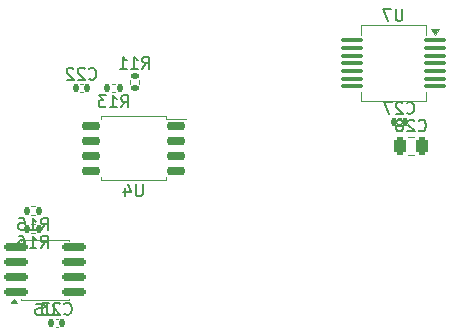
<source format=gbo>
G04 #@! TF.GenerationSoftware,KiCad,Pcbnew,9.0.5*
G04 #@! TF.CreationDate,2025-11-21T14:26:13-06:00*
G04 #@! TF.ProjectId,ece362snakegamepcb,65636533-3632-4736-9e61-6b6567616d65,REV3*
G04 #@! TF.SameCoordinates,Original*
G04 #@! TF.FileFunction,Legend,Bot*
G04 #@! TF.FilePolarity,Positive*
%FSLAX46Y46*%
G04 Gerber Fmt 4.6, Leading zero omitted, Abs format (unit mm)*
G04 Created by KiCad (PCBNEW 9.0.5) date 2025-11-21 14:26:13*
%MOMM*%
%LPD*%
G01*
G04 APERTURE LIST*
G04 Aperture macros list*
%AMRoundRect*
0 Rectangle with rounded corners*
0 $1 Rounding radius*
0 $2 $3 $4 $5 $6 $7 $8 $9 X,Y pos of 4 corners*
0 Add a 4 corners polygon primitive as box body*
4,1,4,$2,$3,$4,$5,$6,$7,$8,$9,$2,$3,0*
0 Add four circle primitives for the rounded corners*
1,1,$1+$1,$2,$3*
1,1,$1+$1,$4,$5*
1,1,$1+$1,$6,$7*
1,1,$1+$1,$8,$9*
0 Add four rect primitives between the rounded corners*
20,1,$1+$1,$2,$3,$4,$5,0*
20,1,$1+$1,$4,$5,$6,$7,0*
20,1,$1+$1,$6,$7,$8,$9,0*
20,1,$1+$1,$8,$9,$2,$3,0*%
G04 Aperture macros list end*
%ADD10C,0.150000*%
%ADD11C,0.120000*%
%ADD12C,0.600000*%
%ADD13O,1.350000X1.700000*%
%ADD14O,1.100000X1.500000*%
%ADD15C,3.500000*%
%ADD16R,1.905000X2.000000*%
%ADD17O,1.905000X2.000000*%
%ADD18R,1.700000X1.700000*%
%ADD19C,1.700000*%
%ADD20C,1.600000*%
%ADD21C,1.100000*%
%ADD22RoundRect,0.249999X-0.850001X0.850001X-0.850001X-0.850001X0.850001X-0.850001X0.850001X0.850001X0*%
%ADD23C,2.200000*%
%ADD24C,0.990600*%
%ADD25RoundRect,0.150000X-0.825000X-0.150000X0.825000X-0.150000X0.825000X0.150000X-0.825000X0.150000X0*%
%ADD26RoundRect,0.135000X-0.135000X-0.185000X0.135000X-0.185000X0.135000X0.185000X-0.135000X0.185000X0*%
%ADD27RoundRect,0.150000X0.650000X0.150000X-0.650000X0.150000X-0.650000X-0.150000X0.650000X-0.150000X0*%
%ADD28RoundRect,0.140000X0.140000X0.170000X-0.140000X0.170000X-0.140000X-0.170000X0.140000X-0.170000X0*%
%ADD29RoundRect,0.135000X-0.185000X0.135000X-0.185000X-0.135000X0.185000X-0.135000X0.185000X0.135000X0*%
%ADD30RoundRect,0.100000X0.850000X0.100000X-0.850000X0.100000X-0.850000X-0.100000X0.850000X-0.100000X0*%
%ADD31RoundRect,0.250000X0.250000X0.475000X-0.250000X0.475000X-0.250000X-0.475000X0.250000X-0.475000X0*%
G04 APERTURE END LIST*
D10*
X86261904Y-100354819D02*
X86261904Y-101164342D01*
X86261904Y-101164342D02*
X86214285Y-101259580D01*
X86214285Y-101259580D02*
X86166666Y-101307200D01*
X86166666Y-101307200D02*
X86071428Y-101354819D01*
X86071428Y-101354819D02*
X85880952Y-101354819D01*
X85880952Y-101354819D02*
X85785714Y-101307200D01*
X85785714Y-101307200D02*
X85738095Y-101259580D01*
X85738095Y-101259580D02*
X85690476Y-101164342D01*
X85690476Y-101164342D02*
X85690476Y-100354819D01*
X84738095Y-100354819D02*
X85214285Y-100354819D01*
X85214285Y-100354819D02*
X85261904Y-100831009D01*
X85261904Y-100831009D02*
X85214285Y-100783390D01*
X85214285Y-100783390D02*
X85119047Y-100735771D01*
X85119047Y-100735771D02*
X84880952Y-100735771D01*
X84880952Y-100735771D02*
X84785714Y-100783390D01*
X84785714Y-100783390D02*
X84738095Y-100831009D01*
X84738095Y-100831009D02*
X84690476Y-100926247D01*
X84690476Y-100926247D02*
X84690476Y-101164342D01*
X84690476Y-101164342D02*
X84738095Y-101259580D01*
X84738095Y-101259580D02*
X84785714Y-101307200D01*
X84785714Y-101307200D02*
X84880952Y-101354819D01*
X84880952Y-101354819D02*
X85119047Y-101354819D01*
X85119047Y-101354819D02*
X85214285Y-101307200D01*
X85214285Y-101307200D02*
X85261904Y-101259580D01*
X85142857Y-95624819D02*
X85476190Y-95148628D01*
X85714285Y-95624819D02*
X85714285Y-94624819D01*
X85714285Y-94624819D02*
X85333333Y-94624819D01*
X85333333Y-94624819D02*
X85238095Y-94672438D01*
X85238095Y-94672438D02*
X85190476Y-94720057D01*
X85190476Y-94720057D02*
X85142857Y-94815295D01*
X85142857Y-94815295D02*
X85142857Y-94958152D01*
X85142857Y-94958152D02*
X85190476Y-95053390D01*
X85190476Y-95053390D02*
X85238095Y-95101009D01*
X85238095Y-95101009D02*
X85333333Y-95148628D01*
X85333333Y-95148628D02*
X85714285Y-95148628D01*
X84190476Y-95624819D02*
X84761904Y-95624819D01*
X84476190Y-95624819D02*
X84476190Y-94624819D01*
X84476190Y-94624819D02*
X84571428Y-94767676D01*
X84571428Y-94767676D02*
X84666666Y-94862914D01*
X84666666Y-94862914D02*
X84761904Y-94910533D01*
X83333333Y-94624819D02*
X83523809Y-94624819D01*
X83523809Y-94624819D02*
X83619047Y-94672438D01*
X83619047Y-94672438D02*
X83666666Y-94720057D01*
X83666666Y-94720057D02*
X83761904Y-94862914D01*
X83761904Y-94862914D02*
X83809523Y-95053390D01*
X83809523Y-95053390D02*
X83809523Y-95434342D01*
X83809523Y-95434342D02*
X83761904Y-95529580D01*
X83761904Y-95529580D02*
X83714285Y-95577200D01*
X83714285Y-95577200D02*
X83619047Y-95624819D01*
X83619047Y-95624819D02*
X83428571Y-95624819D01*
X83428571Y-95624819D02*
X83333333Y-95577200D01*
X83333333Y-95577200D02*
X83285714Y-95529580D01*
X83285714Y-95529580D02*
X83238095Y-95434342D01*
X83238095Y-95434342D02*
X83238095Y-95196247D01*
X83238095Y-95196247D02*
X83285714Y-95101009D01*
X83285714Y-95101009D02*
X83333333Y-95053390D01*
X83333333Y-95053390D02*
X83428571Y-95005771D01*
X83428571Y-95005771D02*
X83619047Y-95005771D01*
X83619047Y-95005771D02*
X83714285Y-95053390D01*
X83714285Y-95053390D02*
X83761904Y-95101009D01*
X83761904Y-95101009D02*
X83809523Y-95196247D01*
X93761904Y-90254819D02*
X93761904Y-91064342D01*
X93761904Y-91064342D02*
X93714285Y-91159580D01*
X93714285Y-91159580D02*
X93666666Y-91207200D01*
X93666666Y-91207200D02*
X93571428Y-91254819D01*
X93571428Y-91254819D02*
X93380952Y-91254819D01*
X93380952Y-91254819D02*
X93285714Y-91207200D01*
X93285714Y-91207200D02*
X93238095Y-91159580D01*
X93238095Y-91159580D02*
X93190476Y-91064342D01*
X93190476Y-91064342D02*
X93190476Y-90254819D01*
X92285714Y-90588152D02*
X92285714Y-91254819D01*
X92523809Y-90207200D02*
X92761904Y-90921485D01*
X92761904Y-90921485D02*
X92142857Y-90921485D01*
X85142857Y-94124819D02*
X85476190Y-93648628D01*
X85714285Y-94124819D02*
X85714285Y-93124819D01*
X85714285Y-93124819D02*
X85333333Y-93124819D01*
X85333333Y-93124819D02*
X85238095Y-93172438D01*
X85238095Y-93172438D02*
X85190476Y-93220057D01*
X85190476Y-93220057D02*
X85142857Y-93315295D01*
X85142857Y-93315295D02*
X85142857Y-93458152D01*
X85142857Y-93458152D02*
X85190476Y-93553390D01*
X85190476Y-93553390D02*
X85238095Y-93601009D01*
X85238095Y-93601009D02*
X85333333Y-93648628D01*
X85333333Y-93648628D02*
X85714285Y-93648628D01*
X84190476Y-94124819D02*
X84761904Y-94124819D01*
X84476190Y-94124819D02*
X84476190Y-93124819D01*
X84476190Y-93124819D02*
X84571428Y-93267676D01*
X84571428Y-93267676D02*
X84666666Y-93362914D01*
X84666666Y-93362914D02*
X84761904Y-93410533D01*
X83285714Y-93124819D02*
X83761904Y-93124819D01*
X83761904Y-93124819D02*
X83809523Y-93601009D01*
X83809523Y-93601009D02*
X83761904Y-93553390D01*
X83761904Y-93553390D02*
X83666666Y-93505771D01*
X83666666Y-93505771D02*
X83428571Y-93505771D01*
X83428571Y-93505771D02*
X83333333Y-93553390D01*
X83333333Y-93553390D02*
X83285714Y-93601009D01*
X83285714Y-93601009D02*
X83238095Y-93696247D01*
X83238095Y-93696247D02*
X83238095Y-93934342D01*
X83238095Y-93934342D02*
X83285714Y-94029580D01*
X83285714Y-94029580D02*
X83333333Y-94077200D01*
X83333333Y-94077200D02*
X83428571Y-94124819D01*
X83428571Y-94124819D02*
X83666666Y-94124819D01*
X83666666Y-94124819D02*
X83761904Y-94077200D01*
X83761904Y-94077200D02*
X83809523Y-94029580D01*
X116142857Y-84199580D02*
X116190476Y-84247200D01*
X116190476Y-84247200D02*
X116333333Y-84294819D01*
X116333333Y-84294819D02*
X116428571Y-84294819D01*
X116428571Y-84294819D02*
X116571428Y-84247200D01*
X116571428Y-84247200D02*
X116666666Y-84151961D01*
X116666666Y-84151961D02*
X116714285Y-84056723D01*
X116714285Y-84056723D02*
X116761904Y-83866247D01*
X116761904Y-83866247D02*
X116761904Y-83723390D01*
X116761904Y-83723390D02*
X116714285Y-83532914D01*
X116714285Y-83532914D02*
X116666666Y-83437676D01*
X116666666Y-83437676D02*
X116571428Y-83342438D01*
X116571428Y-83342438D02*
X116428571Y-83294819D01*
X116428571Y-83294819D02*
X116333333Y-83294819D01*
X116333333Y-83294819D02*
X116190476Y-83342438D01*
X116190476Y-83342438D02*
X116142857Y-83390057D01*
X115761904Y-83390057D02*
X115714285Y-83342438D01*
X115714285Y-83342438D02*
X115619047Y-83294819D01*
X115619047Y-83294819D02*
X115380952Y-83294819D01*
X115380952Y-83294819D02*
X115285714Y-83342438D01*
X115285714Y-83342438D02*
X115238095Y-83390057D01*
X115238095Y-83390057D02*
X115190476Y-83485295D01*
X115190476Y-83485295D02*
X115190476Y-83580533D01*
X115190476Y-83580533D02*
X115238095Y-83723390D01*
X115238095Y-83723390D02*
X115809523Y-84294819D01*
X115809523Y-84294819D02*
X115190476Y-84294819D01*
X114857142Y-83294819D02*
X114190476Y-83294819D01*
X114190476Y-83294819D02*
X114619047Y-84294819D01*
X93742857Y-80454819D02*
X94076190Y-79978628D01*
X94314285Y-80454819D02*
X94314285Y-79454819D01*
X94314285Y-79454819D02*
X93933333Y-79454819D01*
X93933333Y-79454819D02*
X93838095Y-79502438D01*
X93838095Y-79502438D02*
X93790476Y-79550057D01*
X93790476Y-79550057D02*
X93742857Y-79645295D01*
X93742857Y-79645295D02*
X93742857Y-79788152D01*
X93742857Y-79788152D02*
X93790476Y-79883390D01*
X93790476Y-79883390D02*
X93838095Y-79931009D01*
X93838095Y-79931009D02*
X93933333Y-79978628D01*
X93933333Y-79978628D02*
X94314285Y-79978628D01*
X92790476Y-80454819D02*
X93361904Y-80454819D01*
X93076190Y-80454819D02*
X93076190Y-79454819D01*
X93076190Y-79454819D02*
X93171428Y-79597676D01*
X93171428Y-79597676D02*
X93266666Y-79692914D01*
X93266666Y-79692914D02*
X93361904Y-79740533D01*
X91838095Y-80454819D02*
X92409523Y-80454819D01*
X92123809Y-80454819D02*
X92123809Y-79454819D01*
X92123809Y-79454819D02*
X92219047Y-79597676D01*
X92219047Y-79597676D02*
X92314285Y-79692914D01*
X92314285Y-79692914D02*
X92409523Y-79740533D01*
X91942857Y-83724819D02*
X92276190Y-83248628D01*
X92514285Y-83724819D02*
X92514285Y-82724819D01*
X92514285Y-82724819D02*
X92133333Y-82724819D01*
X92133333Y-82724819D02*
X92038095Y-82772438D01*
X92038095Y-82772438D02*
X91990476Y-82820057D01*
X91990476Y-82820057D02*
X91942857Y-82915295D01*
X91942857Y-82915295D02*
X91942857Y-83058152D01*
X91942857Y-83058152D02*
X91990476Y-83153390D01*
X91990476Y-83153390D02*
X92038095Y-83201009D01*
X92038095Y-83201009D02*
X92133333Y-83248628D01*
X92133333Y-83248628D02*
X92514285Y-83248628D01*
X90990476Y-83724819D02*
X91561904Y-83724819D01*
X91276190Y-83724819D02*
X91276190Y-82724819D01*
X91276190Y-82724819D02*
X91371428Y-82867676D01*
X91371428Y-82867676D02*
X91466666Y-82962914D01*
X91466666Y-82962914D02*
X91561904Y-83010533D01*
X90657142Y-82724819D02*
X90038095Y-82724819D01*
X90038095Y-82724819D02*
X90371428Y-83105771D01*
X90371428Y-83105771D02*
X90228571Y-83105771D01*
X90228571Y-83105771D02*
X90133333Y-83153390D01*
X90133333Y-83153390D02*
X90085714Y-83201009D01*
X90085714Y-83201009D02*
X90038095Y-83296247D01*
X90038095Y-83296247D02*
X90038095Y-83534342D01*
X90038095Y-83534342D02*
X90085714Y-83629580D01*
X90085714Y-83629580D02*
X90133333Y-83677200D01*
X90133333Y-83677200D02*
X90228571Y-83724819D01*
X90228571Y-83724819D02*
X90514285Y-83724819D01*
X90514285Y-83724819D02*
X90609523Y-83677200D01*
X90609523Y-83677200D02*
X90657142Y-83629580D01*
X89242857Y-81299580D02*
X89290476Y-81347200D01*
X89290476Y-81347200D02*
X89433333Y-81394819D01*
X89433333Y-81394819D02*
X89528571Y-81394819D01*
X89528571Y-81394819D02*
X89671428Y-81347200D01*
X89671428Y-81347200D02*
X89766666Y-81251961D01*
X89766666Y-81251961D02*
X89814285Y-81156723D01*
X89814285Y-81156723D02*
X89861904Y-80966247D01*
X89861904Y-80966247D02*
X89861904Y-80823390D01*
X89861904Y-80823390D02*
X89814285Y-80632914D01*
X89814285Y-80632914D02*
X89766666Y-80537676D01*
X89766666Y-80537676D02*
X89671428Y-80442438D01*
X89671428Y-80442438D02*
X89528571Y-80394819D01*
X89528571Y-80394819D02*
X89433333Y-80394819D01*
X89433333Y-80394819D02*
X89290476Y-80442438D01*
X89290476Y-80442438D02*
X89242857Y-80490057D01*
X88861904Y-80490057D02*
X88814285Y-80442438D01*
X88814285Y-80442438D02*
X88719047Y-80394819D01*
X88719047Y-80394819D02*
X88480952Y-80394819D01*
X88480952Y-80394819D02*
X88385714Y-80442438D01*
X88385714Y-80442438D02*
X88338095Y-80490057D01*
X88338095Y-80490057D02*
X88290476Y-80585295D01*
X88290476Y-80585295D02*
X88290476Y-80680533D01*
X88290476Y-80680533D02*
X88338095Y-80823390D01*
X88338095Y-80823390D02*
X88909523Y-81394819D01*
X88909523Y-81394819D02*
X88290476Y-81394819D01*
X87909523Y-80490057D02*
X87861904Y-80442438D01*
X87861904Y-80442438D02*
X87766666Y-80394819D01*
X87766666Y-80394819D02*
X87528571Y-80394819D01*
X87528571Y-80394819D02*
X87433333Y-80442438D01*
X87433333Y-80442438D02*
X87385714Y-80490057D01*
X87385714Y-80490057D02*
X87338095Y-80585295D01*
X87338095Y-80585295D02*
X87338095Y-80680533D01*
X87338095Y-80680533D02*
X87385714Y-80823390D01*
X87385714Y-80823390D02*
X87957142Y-81394819D01*
X87957142Y-81394819D02*
X87338095Y-81394819D01*
X115761904Y-75404819D02*
X115761904Y-76214342D01*
X115761904Y-76214342D02*
X115714285Y-76309580D01*
X115714285Y-76309580D02*
X115666666Y-76357200D01*
X115666666Y-76357200D02*
X115571428Y-76404819D01*
X115571428Y-76404819D02*
X115380952Y-76404819D01*
X115380952Y-76404819D02*
X115285714Y-76357200D01*
X115285714Y-76357200D02*
X115238095Y-76309580D01*
X115238095Y-76309580D02*
X115190476Y-76214342D01*
X115190476Y-76214342D02*
X115190476Y-75404819D01*
X114809523Y-75404819D02*
X114142857Y-75404819D01*
X114142857Y-75404819D02*
X114571428Y-76404819D01*
X117142857Y-85679580D02*
X117190476Y-85727200D01*
X117190476Y-85727200D02*
X117333333Y-85774819D01*
X117333333Y-85774819D02*
X117428571Y-85774819D01*
X117428571Y-85774819D02*
X117571428Y-85727200D01*
X117571428Y-85727200D02*
X117666666Y-85631961D01*
X117666666Y-85631961D02*
X117714285Y-85536723D01*
X117714285Y-85536723D02*
X117761904Y-85346247D01*
X117761904Y-85346247D02*
X117761904Y-85203390D01*
X117761904Y-85203390D02*
X117714285Y-85012914D01*
X117714285Y-85012914D02*
X117666666Y-84917676D01*
X117666666Y-84917676D02*
X117571428Y-84822438D01*
X117571428Y-84822438D02*
X117428571Y-84774819D01*
X117428571Y-84774819D02*
X117333333Y-84774819D01*
X117333333Y-84774819D02*
X117190476Y-84822438D01*
X117190476Y-84822438D02*
X117142857Y-84870057D01*
X116761904Y-84870057D02*
X116714285Y-84822438D01*
X116714285Y-84822438D02*
X116619047Y-84774819D01*
X116619047Y-84774819D02*
X116380952Y-84774819D01*
X116380952Y-84774819D02*
X116285714Y-84822438D01*
X116285714Y-84822438D02*
X116238095Y-84870057D01*
X116238095Y-84870057D02*
X116190476Y-84965295D01*
X116190476Y-84965295D02*
X116190476Y-85060533D01*
X116190476Y-85060533D02*
X116238095Y-85203390D01*
X116238095Y-85203390D02*
X116809523Y-85774819D01*
X116809523Y-85774819D02*
X116190476Y-85774819D01*
X115619047Y-85203390D02*
X115714285Y-85155771D01*
X115714285Y-85155771D02*
X115761904Y-85108152D01*
X115761904Y-85108152D02*
X115809523Y-85012914D01*
X115809523Y-85012914D02*
X115809523Y-84965295D01*
X115809523Y-84965295D02*
X115761904Y-84870057D01*
X115761904Y-84870057D02*
X115714285Y-84822438D01*
X115714285Y-84822438D02*
X115619047Y-84774819D01*
X115619047Y-84774819D02*
X115428571Y-84774819D01*
X115428571Y-84774819D02*
X115333333Y-84822438D01*
X115333333Y-84822438D02*
X115285714Y-84870057D01*
X115285714Y-84870057D02*
X115238095Y-84965295D01*
X115238095Y-84965295D02*
X115238095Y-85012914D01*
X115238095Y-85012914D02*
X115285714Y-85108152D01*
X115285714Y-85108152D02*
X115333333Y-85155771D01*
X115333333Y-85155771D02*
X115428571Y-85203390D01*
X115428571Y-85203390D02*
X115619047Y-85203390D01*
X115619047Y-85203390D02*
X115714285Y-85251009D01*
X115714285Y-85251009D02*
X115761904Y-85298628D01*
X115761904Y-85298628D02*
X115809523Y-85393866D01*
X115809523Y-85393866D02*
X115809523Y-85584342D01*
X115809523Y-85584342D02*
X115761904Y-85679580D01*
X115761904Y-85679580D02*
X115714285Y-85727200D01*
X115714285Y-85727200D02*
X115619047Y-85774819D01*
X115619047Y-85774819D02*
X115428571Y-85774819D01*
X115428571Y-85774819D02*
X115333333Y-85727200D01*
X115333333Y-85727200D02*
X115285714Y-85679580D01*
X115285714Y-85679580D02*
X115238095Y-85584342D01*
X115238095Y-85584342D02*
X115238095Y-85393866D01*
X115238095Y-85393866D02*
X115285714Y-85298628D01*
X115285714Y-85298628D02*
X115333333Y-85251009D01*
X115333333Y-85251009D02*
X115428571Y-85203390D01*
X87142857Y-101199580D02*
X87190476Y-101247200D01*
X87190476Y-101247200D02*
X87333333Y-101294819D01*
X87333333Y-101294819D02*
X87428571Y-101294819D01*
X87428571Y-101294819D02*
X87571428Y-101247200D01*
X87571428Y-101247200D02*
X87666666Y-101151961D01*
X87666666Y-101151961D02*
X87714285Y-101056723D01*
X87714285Y-101056723D02*
X87761904Y-100866247D01*
X87761904Y-100866247D02*
X87761904Y-100723390D01*
X87761904Y-100723390D02*
X87714285Y-100532914D01*
X87714285Y-100532914D02*
X87666666Y-100437676D01*
X87666666Y-100437676D02*
X87571428Y-100342438D01*
X87571428Y-100342438D02*
X87428571Y-100294819D01*
X87428571Y-100294819D02*
X87333333Y-100294819D01*
X87333333Y-100294819D02*
X87190476Y-100342438D01*
X87190476Y-100342438D02*
X87142857Y-100390057D01*
X86761904Y-100390057D02*
X86714285Y-100342438D01*
X86714285Y-100342438D02*
X86619047Y-100294819D01*
X86619047Y-100294819D02*
X86380952Y-100294819D01*
X86380952Y-100294819D02*
X86285714Y-100342438D01*
X86285714Y-100342438D02*
X86238095Y-100390057D01*
X86238095Y-100390057D02*
X86190476Y-100485295D01*
X86190476Y-100485295D02*
X86190476Y-100580533D01*
X86190476Y-100580533D02*
X86238095Y-100723390D01*
X86238095Y-100723390D02*
X86809523Y-101294819D01*
X86809523Y-101294819D02*
X86190476Y-101294819D01*
X85857142Y-100294819D02*
X85238095Y-100294819D01*
X85238095Y-100294819D02*
X85571428Y-100675771D01*
X85571428Y-100675771D02*
X85428571Y-100675771D01*
X85428571Y-100675771D02*
X85333333Y-100723390D01*
X85333333Y-100723390D02*
X85285714Y-100771009D01*
X85285714Y-100771009D02*
X85238095Y-100866247D01*
X85238095Y-100866247D02*
X85238095Y-101104342D01*
X85238095Y-101104342D02*
X85285714Y-101199580D01*
X85285714Y-101199580D02*
X85333333Y-101247200D01*
X85333333Y-101247200D02*
X85428571Y-101294819D01*
X85428571Y-101294819D02*
X85714285Y-101294819D01*
X85714285Y-101294819D02*
X85809523Y-101247200D01*
X85809523Y-101247200D02*
X85857142Y-101199580D01*
D11*
X83440000Y-94940000D02*
X83440000Y-95035000D01*
X83440000Y-99965000D02*
X83440000Y-100060000D01*
X83440000Y-100060000D02*
X87560000Y-100060000D01*
X87560000Y-94940000D02*
X83440000Y-94940000D01*
X87560000Y-95035000D02*
X87560000Y-94940000D01*
X87560000Y-100060000D02*
X87560000Y-99965000D01*
X83140000Y-100300000D02*
X82660000Y-100300000D01*
X82900000Y-99970000D01*
X83140000Y-100300000D01*
G36*
X83140000Y-100300000D02*
G01*
X82660000Y-100300000D01*
X82900000Y-99970000D01*
X83140000Y-100300000D01*
G37*
X84346359Y-93620000D02*
X84653641Y-93620000D01*
X84346359Y-94380000D02*
X84653641Y-94380000D01*
X90275000Y-84475000D02*
X90275000Y-84735000D01*
X90275000Y-89925000D02*
X90275000Y-89665000D01*
X93000000Y-84475000D02*
X90275000Y-84475000D01*
X93000000Y-84475000D02*
X95725000Y-84475000D01*
X93000000Y-89925000D02*
X90275000Y-89925000D01*
X93000000Y-89925000D02*
X95725000Y-89925000D01*
X95725000Y-84475000D02*
X95725000Y-84735000D01*
X95725000Y-84735000D02*
X97400000Y-84735000D01*
X95725000Y-89925000D02*
X95725000Y-89665000D01*
X84346359Y-92120000D02*
X84653641Y-92120000D01*
X84346359Y-92880000D02*
X84653641Y-92880000D01*
X115607836Y-84640000D02*
X115392164Y-84640000D01*
X115607836Y-85360000D02*
X115392164Y-85360000D01*
X92720000Y-81436359D02*
X92720000Y-81743641D01*
X93480000Y-81436359D02*
X93480000Y-81743641D01*
X91146359Y-81720000D02*
X91453641Y-81720000D01*
X91146359Y-82480000D02*
X91453641Y-82480000D01*
X88707836Y-81740000D02*
X88492164Y-81740000D01*
X88707836Y-82460000D02*
X88492164Y-82460000D01*
X112240000Y-76790000D02*
X112240000Y-77590000D01*
X112240000Y-82410000D02*
X112240000Y-83210000D01*
X112240000Y-83210000D02*
X117760000Y-83210000D01*
X117760000Y-76790000D02*
X112240000Y-76790000D01*
X117760000Y-77590000D02*
X117760000Y-76790000D01*
X117760000Y-83210000D02*
X117760000Y-82410000D01*
X118500000Y-77590000D02*
X118160000Y-77120000D01*
X118840000Y-77120000D01*
X118500000Y-77590000D01*
G36*
X118500000Y-77590000D02*
G01*
X118160000Y-77120000D01*
X118840000Y-77120000D01*
X118500000Y-77590000D01*
G37*
X116761252Y-86265000D02*
X116238748Y-86265000D01*
X116761252Y-87735000D02*
X116238748Y-87735000D01*
X86607836Y-101640000D02*
X86392164Y-101640000D01*
X86607836Y-102360000D02*
X86392164Y-102360000D01*
%LPC*%
D12*
X98866667Y-98866667D03*
X98866667Y-100000000D03*
X98866667Y-101133333D03*
X100000000Y-98866667D03*
X100000000Y-100000000D03*
X100000000Y-101133333D03*
X101133333Y-98866667D03*
X101133333Y-100000000D03*
X101133333Y-101133333D03*
D13*
X102730000Y-71720000D03*
D14*
X102420000Y-74720000D03*
X97580000Y-74720000D03*
D13*
X97270000Y-71720000D03*
D15*
X119460000Y-114160000D03*
D16*
X122000000Y-97500000D03*
D17*
X119460000Y-97500000D03*
X116920000Y-97500000D03*
D18*
X75385000Y-111850000D03*
D19*
X75385000Y-109310000D03*
X75385000Y-106770000D03*
X75385000Y-104230000D03*
X75385000Y-101690000D03*
X75385000Y-99150000D03*
D18*
X111500000Y-72000000D03*
D19*
X108960000Y-72000000D03*
D20*
X115452500Y-73176951D03*
X117952500Y-73176951D03*
D21*
X120960000Y-77500000D03*
X120960000Y-80040000D03*
D22*
X123500000Y-77500000D03*
D23*
X123500000Y-80040000D03*
D24*
X79500000Y-98460000D03*
X80516000Y-103540000D03*
X78484000Y-103540000D03*
D18*
X87000000Y-109000000D03*
D19*
X87000000Y-106460000D03*
D18*
X82500000Y-109000000D03*
D19*
X82500000Y-106460000D03*
D21*
X120460000Y-84500000D03*
X120460000Y-87040000D03*
D22*
X123000000Y-84500000D03*
D23*
X123000000Y-87040000D03*
D18*
X78000000Y-95000000D03*
D19*
X75460000Y-95000000D03*
X78000000Y-92460000D03*
X75460000Y-92460000D03*
X78000000Y-89920000D03*
X75460000Y-89920000D03*
X78000000Y-87380000D03*
X75460000Y-87380000D03*
X78000000Y-84840000D03*
X75460000Y-84840000D03*
X78000000Y-82300000D03*
X75460000Y-82300000D03*
X78000000Y-79760000D03*
X75460000Y-79760000D03*
X78000000Y-77220000D03*
X75460000Y-77220000D03*
D25*
X83025000Y-99405000D03*
X83025000Y-98135000D03*
X83025000Y-96865000D03*
X83025000Y-95595000D03*
X87975000Y-95595000D03*
X87975000Y-96865000D03*
X87975000Y-98135000D03*
X87975000Y-99405000D03*
D26*
X83990000Y-94000000D03*
X85010000Y-94000000D03*
D27*
X96600000Y-85295000D03*
X96600000Y-86565000D03*
X96600000Y-87835000D03*
X96600000Y-89105000D03*
X89400000Y-89105000D03*
X89400000Y-87835000D03*
X89400000Y-86565000D03*
X89400000Y-85295000D03*
D26*
X83990000Y-92500000D03*
X85010000Y-92500000D03*
D28*
X115980000Y-85000000D03*
X115020000Y-85000000D03*
D29*
X93100000Y-81080000D03*
X93100000Y-82100000D03*
D26*
X90790000Y-82100000D03*
X91810000Y-82100000D03*
D28*
X89080000Y-82100000D03*
X88120000Y-82100000D03*
D30*
X118500000Y-78050000D03*
X118500000Y-78700000D03*
X118500000Y-79350000D03*
X118500000Y-80000000D03*
X118500000Y-80650000D03*
X118500000Y-81300000D03*
X118500000Y-81950000D03*
X111500000Y-81950000D03*
X111500000Y-81300000D03*
X111500000Y-80650000D03*
X111500000Y-80000000D03*
X111500000Y-79350000D03*
X111500000Y-78700000D03*
X111500000Y-78050000D03*
D31*
X117450000Y-87000000D03*
X115550000Y-87000000D03*
D28*
X86980000Y-102000000D03*
X86020000Y-102000000D03*
%LPD*%
M02*

</source>
